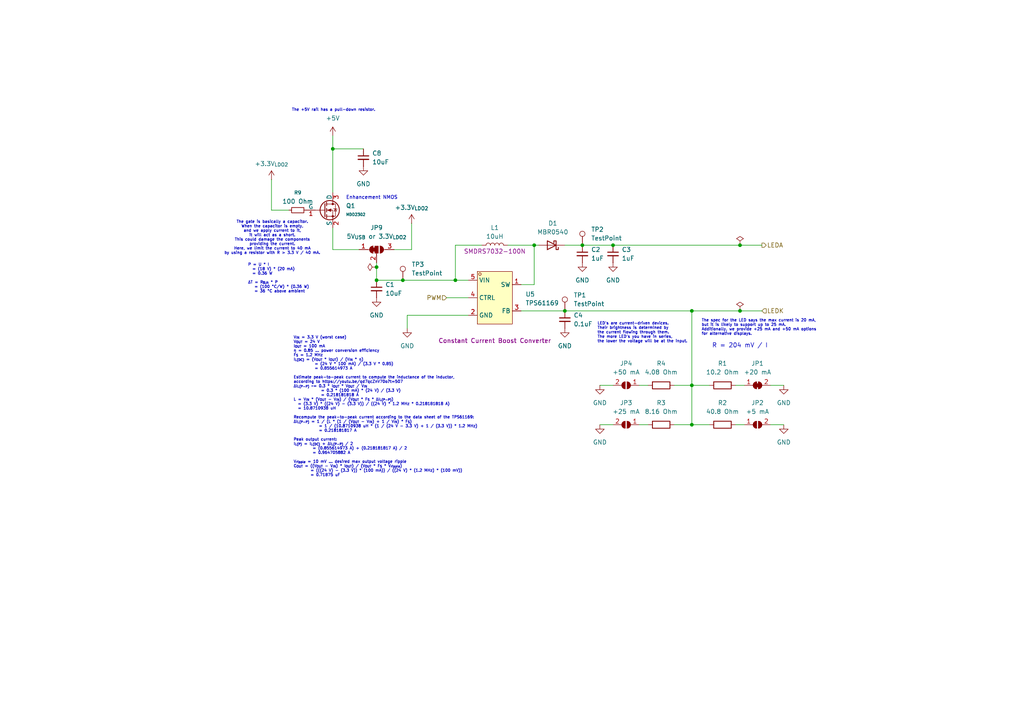
<source format=kicad_sch>
(kicad_sch (version 20250114) (generator "eeschema") (generator_version "9.0")
  (paper "A4")
  (title_block (company "Jakub Hlusička"))
  (lib_symbols
    (symbol "Connector:TestPoint" (pin_numbers (hide yes)) (pin_names (offset 0.762) (hide yes))
      (property "Reference" "TP" (at 0 6.858 0))
      (property "Value" "TestPoint" (at 0 5.08 0))
      (symbol "TestPoint_0_1"
        (circle (center 0 3.302) (radius 0.762))
      )
      (symbol "TestPoint_1_1"
        (pin passive line (at 0 0 90) (length 2.54) (name "1") (number "1"))
      )
    )
    (symbol "Device:C_Small" (pin_numbers (hide yes)) (pin_names (offset 0.254) (hide yes))
      (property "Reference" "C" (at 0.254 1.778 0))
      (property "Value" "C_Small" (at 0.254 -2.032 0))
      (symbol "C_Small_0_1"
        (polyline (pts (xy -1.524 0.508) (xy 1.524 0.508)) (stroke (width 0.3048)))
        (polyline (pts (xy -1.524 -0.508) (xy 1.524 -0.508)) (stroke (width 0.3302)))
      )
      (symbol "C_Small_1_1"
        (pin passive line (at 0 2.54 270) (length 2.032) (name "~") (number "1"))
        (pin passive line (at 0 -2.54 90) (length 2.032) (name "~") (number "2"))
      )
    )
    (symbol "Device:L" (pin_numbers (hide yes)) (pin_names (offset 1.016) (hide yes))
      (property "Reference" "L" (at -1.27 0 90))
      (property "Value" "L" (at 1.905 0 90))
      (symbol "L_0_1"
        (arc (start 0 2.54) (mid 0.6323 1.905) (end 0 1.27))
        (arc (start 0 1.27) (mid 0.6323 0.635) (end 0 0))
        (arc (start 0 0) (mid 0.6323 -0.635) (end 0 -1.27))
        (arc (start 0 -1.27) (mid 0.6323 -1.905) (end 0 -2.54))
      )
      (symbol "L_1_1"
        (pin passive line (at 0 3.81 270) (length 1.27) (name "1") (number "1"))
        (pin passive line (at 0 -3.81 90) (length 1.27) (name "2") (number "2"))
      )
    )
    (symbol "Device:R" (pin_numbers (hide yes)) (pin_names (offset 0))
      (property "Reference" "R" (at 2.032 0 90))
      (property "Value" "R" (at 0 0 90))
      (symbol "R_0_1"
        (rectangle (start -1.016 -2.54) (end 1.016 2.54) (stroke (width 0.254)))
      )
      (symbol "R_1_1"
        (pin passive line (at 0 3.81 270) (length 1.27) (name "~") (number "1"))
        (pin passive line (at 0 -3.81 90) (length 1.27) (name "~") (number "2"))
      )
    )
    (symbol "Device:R_Small" (pin_numbers (hide yes)) (pin_names (offset 0.254) (hide yes))
      (property "Reference" "R" (at 0 0 90))
      (property "Value" "R_Small" (at 1.778 0 90))
      (symbol "R_Small_0_1"
        (rectangle (start -0.762 1.778) (end 0.762 -1.778) (stroke (width 0.2032)))
      )
      (symbol "R_Small_1_1"
        (pin passive line (at 0 2.54 270) (length 0.762) (name "~") (number "1"))
        (pin passive line (at 0 -2.54 90) (length 0.762) (name "~") (number "2"))
      )
    )
    (symbol "Diode:MBR0540" (pin_numbers (hide yes)) (pin_names (offset 1.016) (hide yes))
      (property "Reference" "D" (at 0 2.54 0))
      (property "Value" "MBR0540" (at 0 -2.54 0))
      (symbol "MBR0540_0_1"
        (polyline (pts (xy -1.905 0.635) (xy -1.905 1.27) (xy -1.27 1.27) (xy -1.27 -1.27) (xy -0.635 -1.27) (xy -0.635 -0.635)) (stroke (width 0.254)))
        (polyline (pts (xy 1.27 1.27) (xy 1.27 -1.27) (xy -1.27 0) (xy 1.27 1.27)) (stroke (width 0.254)))
        (polyline (pts (xy 1.27 0) (xy -1.27 0)))
      )
      (symbol "MBR0540_1_1"
        (pin passive line (at -3.81 0 0) (length 2.54) (name "K") (number "1"))
        (pin passive line (at 3.81 0 180) (length 2.54) (name "A") (number "2"))
      )
    )
    (symbol "Jumper:SolderJumper_2_Bridged" (pin_names (offset 0) (hide yes)) (in_bom no)
      (property "Reference" "JP" (at 0 2.032 0))
      (property "Value" "SolderJumper_2_Bridged" (at 0 -2.54 0))
      (symbol "SolderJumper_2_Bridged_0_1"
        (rectangle (start -0.508 0.508) (end 0.508 -0.508) (fill (type outline)))
        (polyline (pts (xy -0.254 1.016) (xy -0.254 -1.016)))
        (arc (start -0.254 -1.016) (mid -1.2656 0) (end -0.254 1.016))
        (arc (start -0.254 -1.016) (mid -1.2656 0) (end -0.254 1.016) (fill (type outline)))
        (arc (start 0.254 1.016) (mid 1.2656 0) (end 0.254 -1.016))
        (arc (start 0.254 1.016) (mid 1.2656 0) (end 0.254 -1.016) (fill (type outline)))
        (polyline (pts (xy 0.254 1.016) (xy 0.254 -1.016)))
      )
      (symbol "SolderJumper_2_Bridged_1_1"
        (pin passive line (at -3.81 0 0) (length 2.54) (name "A") (number "1"))
        (pin passive line (at 3.81 0 180) (length 2.54) (name "B") (number "2"))
      )
    )
    (symbol "Jumper:SolderJumper_2_Open" (pin_names (offset 0) (hide yes)) (in_bom no)
      (property "Reference" "JP" (at 0 2.032 0))
      (property "Value" "SolderJumper_2_Open" (at 0 -2.54 0))
      (symbol "SolderJumper_2_Open_0_1"
        (polyline (pts (xy -0.254 1.016) (xy -0.254 -1.016)))
        (arc (start -0.254 -1.016) (mid -1.2656 0) (end -0.254 1.016))
        (arc (start -0.254 -1.016) (mid -1.2656 0) (end -0.254 1.016) (fill (type outline)))
        (arc (start 0.254 1.016) (mid 1.2656 0) (end 0.254 -1.016))
        (arc (start 0.254 1.016) (mid 1.2656 0) (end 0.254 -1.016) (fill (type outline)))
        (polyline (pts (xy 0.254 1.016) (xy 0.254 -1.016)))
      )
      (symbol "SolderJumper_2_Open_1_1"
        (pin passive line (at -3.81 0 0) (length 2.54) (name "A") (number "1"))
        (pin passive line (at 3.81 0 180) (length 2.54) (name "B") (number "2"))
      )
    )
    (symbol "Jumper:SolderJumper_3_Bridged12" (pin_names (offset 0) (hide yes)) (in_bom no)
      (property "Reference" "JP" (at -2.54 -2.54 0))
      (property "Value" "SolderJumper_3_Bridged12" (at 0 2.794 0))
      (symbol "SolderJumper_3_Bridged12_0_1"
        (polyline (pts (xy -2.54 0) (xy -2.032 0)))
        (polyline (pts (xy -1.016 1.016) (xy -1.016 -1.016)))
        (rectangle (start -1.016 0.508) (end -0.508 -0.508) (fill (type outline)))
        (arc (start -1.016 -1.016) (mid -2.0276 0) (end -1.016 1.016))
        (arc (start -1.016 -1.016) (mid -2.0276 0) (end -1.016 1.016) (fill (type outline)))
        (rectangle (start -0.508 1.016) (end 0.508 -1.016) (fill (type outline)))
        (polyline (pts (xy 0 -1.27) (xy 0 -1.016)))
        (arc (start 1.016 1.016) (mid 2.0276 0) (end 1.016 -1.016))
        (arc (start 1.016 1.016) (mid 2.0276 0) (end 1.016 -1.016) (fill (type outline)))
        (polyline (pts (xy 1.016 1.016) (xy 1.016 -1.016)))
        (polyline (pts (xy 2.54 0) (xy 2.032 0)))
      )
      (symbol "SolderJumper_3_Bridged12_1_1"
        (pin passive line (at -5.08 0 0) (length 2.54) (name "A") (number "1"))
        (pin passive line (at 0 -3.81 90) (length 2.54) (name "C") (number "2"))
        (pin passive line (at 5.08 0 180) (length 2.54) (name "B") (number "3"))
      )
    )
    (symbol "PCM_JLCPCB-Transistors:NMOS,MDD2302" (pin_names (offset 0))
      (property "Reference" "Q" (at 4.8514 0.834 0))
      (property "Value" "MDD2302" (at 4.8514 -1.2122 0))
      (symbol "NMOS,MDD2302_0_1"
        (polyline (pts (xy 0.254 1.905) (xy 0.254 -1.905)) (stroke (width 0.254)))
        (polyline (pts (xy 0.254 0) (xy -2.54 0)))
        (polyline (pts (xy 0.762 2.286) (xy 0.762 1.27)) (stroke (width 0.254)))
        (polyline (pts (xy 0.762 0.508) (xy 0.762 -0.508)) (stroke (width 0.254)))
        (polyline (pts (xy 0.762 -1.27) (xy 0.762 -2.286)) (stroke (width 0.254)))
        (polyline (pts (xy 0.762 -1.778) (xy 3.302 -1.778) (xy 3.302 1.778) (xy 0.762 1.778)))
        (polyline (pts (xy 1.016 0) (xy 2.032 0.381) (xy 2.032 -0.381) (xy 1.016 0)) (fill (type outline)))
        (circle (center 1.651 0) (radius 2.794) (stroke (width 0.254)))
        (polyline (pts (xy 2.54 2.54) (xy 2.54 1.778)))
        (circle (center 2.54 1.778) (radius 0.254) (fill (type outline)))
        (circle (center 2.54 -1.778) (radius 0.254) (fill (type outline)))
        (polyline (pts (xy 2.54 -2.54) (xy 2.54 0) (xy 0.762 0)))
        (polyline (pts (xy 2.794 0.508) (xy 2.921 0.381) (xy 3.683 0.381) (xy 3.81 0.254)))
        (polyline (pts (xy 3.302 0.381) (xy 2.921 -0.254) (xy 3.683 -0.254) (xy 3.302 0.381)))
      )
      (symbol "NMOS,MDD2302_1_1"
        (pin input line (at -5.08 0 0) (length 2.54) (name "G") (number "1"))
        (pin passive line (at 2.54 5.08 270) (length 2.54) (name "D") (number "3"))
        (pin passive line (at 2.54 -5.08 90) (length 2.54) (name "S") (number "2"))
      )
    )
    (symbol "SolderJumper_2_Open_1" (pin_names (offset 0) (hide yes)) (in_bom no)
      (property "Reference" "JP" (at 0 2.032 0))
      (property "Value" "SolderJumper_2_Open" (at 0 -2.54 0))
      (symbol "SolderJumper_2_Open_1_0_1"
        (polyline (pts (xy -0.254 1.016) (xy -0.254 -1.016)))
        (arc (start -0.254 -1.016) (mid -1.2656 0) (end -0.254 1.016))
        (arc (start -0.254 -1.016) (mid -1.2656 0) (end -0.254 1.016) (fill (type outline)))
        (arc (start 0.254 1.016) (mid 1.2656 0) (end 0.254 -1.016))
        (arc (start 0.254 1.016) (mid 1.2656 0) (end 0.254 -1.016) (fill (type outline)))
        (polyline (pts (xy 0.254 1.016) (xy 0.254 -1.016)))
      )
      (symbol "SolderJumper_2_Open_1_1_1"
        (pin passive line (at -3.81 0 0) (length 2.54) (name "A") (number "1"))
        (pin passive line (at 3.81 0 180) (length 2.54) (name "B") (number "2"))
      )
    )
    (symbol "SolderJumper_2_Open_2" (pin_names (offset 0) (hide yes)) (in_bom no)
      (property "Reference" "JP" (at 0 2.032 0))
      (property "Value" "SolderJumper_2_Open" (at 0 -2.54 0))
      (symbol "SolderJumper_2_Open_2_0_1"
        (polyline (pts (xy -0.254 1.016) (xy -0.254 -1.016)))
        (arc (start -0.254 -1.016) (mid -1.2656 0) (end -0.254 1.016))
        (arc (start -0.254 -1.016) (mid -1.2656 0) (end -0.254 1.016) (fill (type outline)))
        (arc (start 0.254 1.016) (mid 1.2656 0) (end 0.254 -1.016))
        (arc (start 0.254 1.016) (mid 1.2656 0) (end 0.254 -1.016) (fill (type outline)))
        (polyline (pts (xy 0.254 1.016) (xy 0.254 -1.016)))
      )
      (symbol "SolderJumper_2_Open_2_1_1"
        (pin passive line (at -3.81 0 0) (length 2.54) (name "A") (number "1"))
        (pin passive line (at 3.81 0 180) (length 2.54) (name "B") (number "2"))
      )
    )
    (symbol "easyeda2kicad:TPS61169DCKR"
      (property "Reference" "U" (at 0 10.16 0))
      (property "Value" "TPS61169DCKR" (at 0 -10.16 0))
      (symbol "TPS61169DCKR_0_1"
        (rectangle (start -5.08 7.62) (end 5.08 -7.62) (fill (type background)))
        (circle (center -4.32 6.86) (radius 0.38))
      )
      (symbol "TPS61169DCKR_1_1"
        (pin power_in line (at -7.62 5.08 0) (length 2.54) (name "VIN") (number "5"))
        (pin input line (at -7.62 0 0) (length 2.54) (name "CTRL") (number "4"))
        (pin power_in line (at -7.62 -5.08 0) (length 2.54) (name "GND") (number "2"))
        (pin power_out line (at 7.62 3.81 180) (length 2.54) (name "SW") (number "1"))
        (pin power_in line (at 7.62 -3.81 180) (length 2.54) (name "FB") (number "3"))
      )
    )
    (symbol "power:+3.3V" (power) (pin_numbers (hide yes)) (pin_names (offset 0) (hide yes))
      (property "Value" "+3.3V" (at 0 3.556 0))
      (symbol "+3.3V_0_1"
        (polyline (pts (xy -0.762 1.27) (xy 0 2.54)))
        (polyline (pts (xy 0 2.54) (xy 0.762 1.27)))
        (polyline (pts (xy 0 0) (xy 0 2.54)))
      )
      (symbol "+3.3V_1_1"
        (pin power_in line (at 0 0 90) (length 0) (name "~") (number "1"))
      )
    )
    (symbol "power:+5V" (power) (pin_numbers (hide yes)) (pin_names (offset 0) (hide yes))
      (property "Value" "+5V" (at 0 3.556 0))
      (symbol "+5V_0_1"
        (polyline (pts (xy -0.762 1.27) (xy 0 2.54)))
        (polyline (pts (xy 0 2.54) (xy 0.762 1.27)))
        (polyline (pts (xy 0 0) (xy 0 2.54)))
      )
      (symbol "+5V_1_1"
        (pin power_in line (at 0 0 90) (length 0) (name "~") (number "1"))
      )
    )
    (symbol "power:GND" (power) (pin_numbers (hide yes)) (pin_names (offset 0) (hide yes))
      (property "Value" "GND" (at 0 -3.81 0))
      (symbol "GND_0_1"
        (polyline (pts (xy 0 0) (xy 0 -1.27) (xy 1.27 -1.27) (xy 0 -2.54) (xy -1.27 -1.27) (xy 0 -1.27)))
      )
      (symbol "GND_1_1"
        (pin power_in line (at 0 0 270) (length 0) (name "~") (number "1"))
      )
    )
    (symbol "power:PWR_FLAG" (power) (pin_numbers (hide yes)) (pin_names (offset 0) (hide yes))
      (property "Value" "PWR_FLAG" (at 0 3.81 0))
      (symbol "PWR_FLAG_0_0"
        (pin power_out line (at 0 0 90) (length 0) (name "~") (number "1"))
      )
      (symbol "PWR_FLAG_0_1"
        (polyline (pts (xy 0 0) (xy 0 1.27) (xy -1.016 1.905) (xy 0 2.54) (xy 1.016 1.905) (xy 0 1.27)))
      )
    )
  )
  (text "The +5V rail has a pull-down resistor." (at 96.774 31.496 0) (effects (font (size 0.8 0.8)) (justify top)))
  (text "The gate is basically a capacitor.\nWhen the capacitor is empty,\nand we apply current to it,\nit will act as a short.\nThis could damage the components\nproviding the current.\nHere, we limit the current to 40 mA\nby using a resistor with R > 3.3 V / 40 mA." (at 78.994 64.008 0) (effects (font (size 0.8 0.8)) (justify top)))
  (text "R = 204 mV / I" (at 206.502 100.33 0) (effects (font (size 1.27 1.27)) (justify left)))
  (text "The spec for the LED says the max current is 20 mA,\nbut it is likely to support up to 25 mA.\nAdditionally, we provide +25 mA and +50 mA options\nfor alternative displays." (at 203.454 94.996 0) (effects (font (size 0.8 0.8)) (justify left)))
  (text "P = U * I\n  = (18 V) * (20 mA)\n  = 0.36 W\n\nΔT = R_{θJA} * P\n   = (100 °C/W) * (0.36 W)\n   = 36 °C above ambient" (at 71.882 80.772 0) (effects (font (size 0.8 0.8)) (justify left)))
  (text "V_{IN} = 3.3 V (worst case)\nV_{OUT} = 24 V\nI_{OUT} = 100 mA\nη = 0.85 ... power conversion efficiency\nF_{S} = 1.2 MHz\nI_{L(DC)} = (V_{OUT} * I_{OUT}) / (V_{IN} * η)\n          = (24 V * 100 mA) / (3.3 V * 0.85)\n          = 0.855614973 A\n\nEstimate peak-to-peak current to compute the inductance of the inductor,\naccording to https://youtu.be/qd7qcZnV70o?t=507\nΔI_{L(P-P)} ~= 0.3 * I_{OUT} * V_{OUT} / V_{IN}\n             = 0.3 * (100 mA) * (24 V) / (3.3 V)\n             = 0.218181818 A\nL = V_{IN} * (V_{OUT} - V_{IN}) / (V_{OUT} * F_{S} * ΔI_{L(P-P)})\n  = (3.3 V) * ((24 V) - (3.3 V)) / ((24 V) * 1.2 MHz * 0.218181818 A)\n  = 10.8710938 uH\n\nRecompute the peak-to-peak current according to the data sheet of the TPS61169:\nΔI_{L(P-P)} = 1 / (L * (1 / (V_{OUT} - V_{IN}) + 1 / V_{IN}) * F_{S})\n            = 1 / (10.8710938 uH * (1 / (24 V - 3.3 V) + 1 / (3.3 V)) * 1.2 MHz)\n            = 0.218181817 A\n\nPeak output current:\nI_{L(P)} = I_{L(DC)} + ΔI_{L(P-P)} / 2\n         = (0.855614973 A) + (0.218181817 A) / 2\n         = 0.964705882 A\n\nV_{ripple} = 10 mV ... desired max output voltage ripple\nC_{OUT} = ((V_{OUT} - V_{IN}) * I_{OUT}) / (V_{OUT} * F_{S} * V_{ripple})\n        = (((24 V) - (3.3 V)) * (100 mA)) / ((24 V) * (1.2 MHz) * (100 mV))\n        = 0.71875 uF" (at 85.09 97.536 0) (effects (font (size 0.8 0.8)) (justify left top)))
  (text "Enhancement NMOS" (at 100.33 57.404 0) (effects (font (size 1 1)) (justify left)))
  (text "LED's are current-driven devices.\nTheir brightness is determined by\nthe current flowing through them.\nThe more LED's you have in series,\nthe lower the voltage will be at the input." (at 173.228 96.52 0) (effects (font (size 0.8 0.8)) (justify left)))
  (junction (at 200.66 123.19))
  (junction (at 177.8 71.12))
  (junction (at 154.94 71.12))
  (junction (at 96.52 43.18))
  (junction (at 109.22 77.47))
  (junction (at 168.91 71.12))
  (junction (at 214.63 71.12))
  (junction (at 214.63 90.17))
  (junction (at 200.66 111.76))
  (junction (at 132.08 81.28))
  (junction (at 109.22 81.28))
  (junction (at 163.83 90.17))
  (junction (at 200.66 90.17))
  (junction (at 116.84 81.28))
  (wire (pts (xy 96.52 43.18) (xy 105.41 43.18)))
  (wire (pts (xy 195.58 123.19) (xy 200.66 123.19)))
  (wire (pts (xy 168.91 71.12) (xy 177.8 71.12)))
  (wire (pts (xy 109.22 77.47) (xy 109.22 81.28)))
  (wire (pts (xy 118.11 91.44) (xy 118.11 95.25)))
  (wire (pts (xy 185.42 111.76) (xy 187.96 111.76)))
  (wire (pts (xy 129.54 86.36) (xy 135.89 86.36)))
  (wire (pts (xy 205.74 111.76) (xy 200.66 111.76)))
  (wire (pts (xy 78.74 52.07) (xy 78.74 60.96)))
  (wire (pts (xy 227.33 111.76) (xy 223.52 111.76)))
  (wire (pts (xy 177.8 71.12) (xy 214.63 71.12)))
  (wire (pts (xy 109.22 81.28) (xy 116.84 81.28)))
  (wire (pts (xy 163.83 71.12) (xy 168.91 71.12)))
  (wire (pts (xy 151.13 90.17) (xy 163.83 90.17)))
  (wire (pts (xy 205.74 123.19) (xy 200.66 123.19)))
  (wire (pts (xy 151.13 82.55) (xy 154.94 82.55)))
  (wire (pts (xy 213.36 111.76) (xy 215.9 111.76)))
  (wire (pts (xy 214.63 90.17) (xy 220.98 90.17)))
  (wire (pts (xy 132.08 81.28) (xy 135.89 81.28)))
  (wire (pts (xy 104.14 72.39) (xy 96.52 72.39)))
  (wire (pts (xy 213.36 123.19) (xy 215.9 123.19)))
  (wire (pts (xy 200.66 90.17) (xy 200.66 111.76)))
  (wire (pts (xy 173.99 123.19) (xy 177.8 123.19)))
  (wire (pts (xy 109.22 76.2) (xy 109.22 77.47)))
  (wire (pts (xy 132.08 71.12) (xy 139.7 71.12)))
  (wire (pts (xy 214.63 71.12) (xy 220.98 71.12)))
  (wire (pts (xy 132.08 81.28) (xy 132.08 71.12)))
  (wire (pts (xy 156.21 71.12) (xy 154.94 71.12)))
  (wire (pts (xy 200.66 90.17) (xy 214.63 90.17)))
  (wire (pts (xy 185.42 123.19) (xy 187.96 123.19)))
  (wire (pts (xy 96.52 39.37) (xy 96.52 43.18)))
  (wire (pts (xy 173.99 111.76) (xy 177.8 111.76)))
  (wire (pts (xy 114.3 72.39) (xy 119.38 72.39)))
  (wire (pts (xy 147.32 71.12) (xy 154.94 71.12)))
  (wire (pts (xy 163.83 90.17) (xy 200.66 90.17)))
  (wire (pts (xy 135.89 91.44) (xy 118.11 91.44)))
  (wire (pts (xy 195.58 111.76) (xy 200.66 111.76)))
  (wire (pts (xy 116.84 81.28) (xy 132.08 81.28)))
  (wire (pts (xy 119.38 72.39) (xy 119.38 64.77)))
  (wire (pts (xy 200.66 111.76) (xy 200.66 123.19)))
  (wire (pts (xy 96.52 43.18) (xy 96.52 55.88)))
  (wire (pts (xy 227.33 123.19) (xy 223.52 123.19)))
  (wire (pts (xy 96.52 72.39) (xy 96.52 66.04)))
  (wire (pts (xy 78.74 60.96) (xy 83.82 60.96)))
  (wire (pts (xy 154.94 71.12) (xy 154.94 82.55)))
  (hierarchical_label "LEDK" (shape input) (at 220.98 90.17 0))
  (hierarchical_label "LEDA" (shape output) (at 220.98 71.12 0))
  (hierarchical_label "PWM" (shape input) (at 129.54 86.36 180))
  (symbol (lib_id "power:GND") (at 227.33 123.19 0) (unit 1)
    (property "Reference" "#PWR016" (effects (hide yes)))
    (property "Value" "GND" (at 227.33 128.27 0))
    (property "Description" "Power symbol creates a global label with name \"GND\" , ground" (effects (hide yes)))
  )
  (symbol (lib_id "power:GND") (at 163.83 95.25 0) (unit 1)
    (property "Reference" "#PWR098" (effects (hide yes)))
    (property "Value" "GND" (at 163.83 100.33 0))
    (property "Description" "Power symbol creates a global label with name \"GND\" , ground" (effects (hide yes)))
  )
  (symbol (lib_id "power:PWR_FLAG") (at 214.63 71.12 0) (unit 1)
    (property "Reference" "#FLG03" (effects (hide yes)))
    (property "Value" "PWR_FLAG" (effects (hide yes)))
    (property "Description" "Special symbol for telling ERC where power comes from" (effects (hide yes)))
  )
  (symbol (lib_id "Device:R_Small") (at 86.36 60.96 90) (unit 1)
    (property "Reference" "R9" (at 86.36 55.88 90) (effects (font (size 1.016 1.016))))
    (property "Value" "100 Ohm" (at 86.36 58.42 90))
    (property "Footprint" "Resistor_SMD:R_0603_1608Metric" (effects (hide yes)))
    (property "Description" "Resistor, small symbol" (effects (hide yes)))
  )
  (symbol (lib_id "Connector:TestPoint") (at 168.91 71.12 0) (unit 1)
    (property "Reference" "TP2" (at 171.45 66.5479 0) (effects (justify left)))
    (property "Value" "TestPoint" (at 171.45 69.0879 0) (effects (justify left)))
    (property "Footprint" "TestPoint:TestPoint_THTPad_D1.5mm_Drill0.7mm" (effects (hide yes)))
    (property "Description" "test point" (effects (hide yes)))
  )
  (symbol (lib_id "Device:R") (at 209.55 123.19 90) (unit 1)
    (property "Reference" "R2" (at 209.55 116.84 90))
    (property "Value" "40.8 Ohm" (at 209.55 119.38 90))
    (property "Footprint" "Resistor_SMD:R_0603_1608Metric" (effects (hide yes)))
    (property "Description" "Resistor" (effects (hide yes)))
  )
  (symbol (lib_id "easyeda2kicad:TPS61169DCKR") (at 143.51 86.36 0) (unit 1)
    (property "Reference" "U5" (at 152.4 85.3449 0) (effects (justify left)))
    (property "Value" "TPS61169" (at 152.4 87.8849 0) (effects (justify left)))
    (property "Footprint" "easyeda2kicad:SC-70-5_L2.1-W1.3-P0.65-LS2.1-BR" (effects (hide yes)))
    (property "Datasheet" "https://lcsc.com/product-detail/LED-Drivers_TI_TPS61169DCKR_TPS61169DCKR_C71045.html" (effects (hide yes)))
    (property "Description" "Constant Current Boost Converter" (at 143.51 98.806 0))
    (property "LCSC Part" "C71045" (effects (hide yes)))
  )
  (symbol (lib_id "Diode:MBR0540") (at 160.02 71.12 180) (unit 1)
    (property "Reference" "D1" (at 160.3375 64.77 0))
    (property "Value" "MBR0540" (at 160.3375 67.31 0))
    (property "Footprint" "Diode_SMD:D_SOD-123" (effects (hide yes)))
    (property "Datasheet" "http://www.mccsemi.com/up_pdf/MBR0520~MBR0580(SOD123).pdf" (effects (hide yes)))
    (property "Description" "40V 0.5A Schottky Power Rectifier Diode, SOD-123" (effects (hide yes)))
  )
  (symbol (lib_id "power:GND") (at 177.8 76.2 0) (unit 1)
    (property "Reference" "#PWR097" (effects (hide yes)))
    (property "Value" "GND" (at 177.8 81.28 0))
    (property "Description" "Power symbol creates a global label with name \"GND\" , ground" (effects (hide yes)))
  )
  (symbol (lib_id "power:+5V") (at 96.52 39.37 0) (unit 1)
    (property "Reference" "#PWR0106" (effects (hide yes)))
    (property "Value" "+5V" (at 96.52 34.29 0))
    (property "Description" "Power symbol creates a global label with name \"+5V\"" (effects (hide yes)))
  )
  (symbol (lib_id "Device:R") (at 191.77 111.76 90) (unit 1)
    (property "Reference" "R4" (at 191.77 105.41 90))
    (property "Value" "4.08 Ohm" (at 191.77 107.95 90))
    (property "Footprint" "Resistor_SMD:R_0603_1608Metric" (effects (hide yes)))
    (property "Description" "Resistor" (effects (hide yes)))
  )
  (symbol (lib_id "Device:C_Small") (at 109.22 83.82 0) (unit 1)
    (property "Reference" "C1" (at 111.76 82.5562 0) (effects (justify left)))
    (property "Value" "10uF" (at 111.76 85.0962 0) (effects (justify left)))
    (property "Footprint" "Capacitor_SMD:C_0603_1608Metric" (effects (hide yes)))
    (property "Description" "Unpolarized capacitor, small symbol" (effects (hide yes)))
  )
  (symbol (lib_id "Device:C_Small") (at 168.91 73.66 0) (unit 1)
    (property "Reference" "C2" (at 171.45 72.3962 0) (effects (justify left)))
    (property "Value" "1uF" (at 171.45 74.9362 0) (effects (justify left)))
    (property "Footprint" "Capacitor_SMD:C_0603_1608Metric" (effects (hide yes)))
    (property "Description" "Unpolarized capacitor, small symbol" (effects (hide yes)))
  )
  (symbol (lib_id "power:PWR_FLAG") (at 214.63 90.17 0) (unit 1)
    (property "Reference" "#FLG04" (effects (hide yes)))
    (property "Value" "PWR_FLAG" (effects (hide yes)))
    (property "Description" "Special symbol for telling ERC where power comes from" (effects (hide yes)))
  )
  (symbol (lib_id "Device:R") (at 191.77 123.19 90) (unit 1)
    (property "Reference" "R3" (at 191.77 116.84 90))
    (property "Value" "8.16 Ohm" (at 191.77 119.38 90))
    (property "Footprint" "Resistor_SMD:R_0603_1608Metric" (effects (hide yes)))
    (property "Description" "Resistor" (effects (hide yes)))
  )
  (symbol (lib_id "Connector:TestPoint") (at 116.84 81.28 0) (unit 1)
    (property "Reference" "TP3" (at 119.38 76.7079 0) (effects (justify left)))
    (property "Value" "TestPoint" (at 119.38 79.2479 0) (effects (justify left)))
    (property "Footprint" "TestPoint:TestPoint_THTPad_D1.5mm_Drill0.7mm" (effects (hide yes)))
    (property "Description" "test point" (effects (hide yes)))
  )
  (symbol (lib_id "power:PWR_FLAG") (at 109.22 77.47 90) (unit 1)
    (property "Reference" "#FLG05" (effects (hide yes)))
    (property "Value" "PWR_FLAG" (effects (hide yes)))
    (property "Description" "Special symbol for telling ERC where power comes from" (effects (hide yes)))
  )
  (symbol (lib_id "power:GND") (at 227.33 111.76 0) (unit 1)
    (property "Reference" "#PWR094" (effects (hide yes)))
    (property "Value" "GND" (at 227.33 116.84 0))
    (property "Description" "Power symbol creates a global label with name \"GND\" , ground" (effects (hide yes)))
  )
  (symbol (lib_id "power:+3.3V") (at 78.74 52.07 0) (unit 1)
    (property "Reference" "#PWR090" (effects (hide yes)))
    (property "Value" "+3.3V_{LDO2}" (at 78.74 47.498 0))
    (property "Description" "Power symbol creates a global label with name \"+3.3V\"" (effects (hide yes)))
  )
  (symbol (lib_id "power:GND") (at 118.11 95.25 0) (unit 1)
    (property "Reference" "#PWR093" (effects (hide yes)))
    (property "Value" "GND" (at 118.11 100.33 0))
    (property "Description" "Power symbol creates a global label with name \"GND\" , ground" (effects (hide yes)))
  )
  (symbol (lib_name "SolderJumper_2_Open_1") (lib_id "Jumper:SolderJumper_2_Open") (at 219.71 123.19 0) (unit 1) (in_bom no)
    (property "Reference" "JP2" (at 219.71 116.84 0))
    (property "Value" "+5 mA" (at 219.71 119.38 0))
    (property "Footprint" "Jumper:SolderJumper-2_P1.3mm_Open_TrianglePad1.0x1.5mm" (effects (hide yes)))
    (property "Description" "Solder Jumper, 2-pole, open" (effects (hide yes)))
  )
  (symbol (lib_id "power:GND") (at 109.22 86.36 0) (unit 1)
    (property "Reference" "#PWR091" (effects (hide yes)))
    (property "Value" "GND" (at 109.22 91.44 0))
    (property "Description" "Power symbol creates a global label with name \"GND\" , ground" (effects (hide yes)))
  )
  (symbol (lib_id "Device:C_Small") (at 177.8 73.66 0) (unit 1)
    (property "Reference" "C3" (at 180.34 72.3962 0) (effects (justify left)))
    (property "Value" "1uF" (at 180.34 74.9362 0) (effects (justify left)))
    (property "Footprint" "Capacitor_SMD:C_0603_1608Metric" (effects (hide yes)))
    (property "Description" "Unpolarized capacitor, small symbol" (effects (hide yes)))
  )
  (symbol (lib_id "Jumper:SolderJumper_2_Bridged") (at 219.71 111.76 0) (unit 1) (in_bom no)
    (property "Reference" "JP1" (at 219.71 105.41 0))
    (property "Value" "+20 mA" (at 219.71 107.95 0))
    (property "Footprint" "Jumper:SolderJumper-2_P1.3mm_Open_TrianglePad1.0x1.5mm" (effects (hide yes)))
    (property "Description" "Solder Jumper, 2-pole, closed/bridged" (effects (hide yes)))
  )
  (symbol (lib_id "Connector:TestPoint") (at 163.83 90.17 0) (unit 1)
    (property "Reference" "TP1" (at 166.37 85.5979 0) (effects (justify left)))
    (property "Value" "TestPoint" (at 166.37 88.1379 0) (effects (justify left)))
    (property "Footprint" "TestPoint:TestPoint_THTPad_D1.5mm_Drill0.7mm" (effects (hide yes)))
    (property "Description" "test point" (effects (hide yes)))
  )
  (symbol (lib_id "Device:R") (at 209.55 111.76 90) (unit 1)
    (property "Reference" "R1" (at 209.55 105.41 90))
    (property "Value" "10.2 Ohm" (at 209.55 107.95 90))
    (property "Footprint" "Resistor_SMD:R_0603_1608Metric" (effects (hide yes)))
    (property "Description" "Resistor" (effects (hide yes)))
  )
  (symbol (lib_id "Device:L") (at 143.51 71.12 90) (unit 1)
    (property "Reference" "L1" (at 143.51 66.04 90))
    (property "Value" "10uH" (at 143.51 68.58 90))
    (property "Footprint" "easyeda2kicad:IND-SMD_L7.0-W7.0_SMDRS70XX" (effects (hide yes)))
    (property "Description" "SMDRS7032-100N" (at 143.51 72.898 90))
  )
  (symbol (lib_id "Device:C_Small") (at 105.41 45.72 0) (unit 1)
    (property "Reference" "C8" (at 107.95 44.4562 0) (effects (justify left)))
    (property "Value" "10uF" (at 107.95 46.9962 0) (effects (justify left)))
    (property "Footprint" "Capacitor_SMD:C_0603_1608Metric" (effects (hide yes)))
    (property "Description" "Unpolarized capacitor, small symbol" (effects (hide yes)))
  )
  (symbol (lib_id "power:GND") (at 173.99 111.76 0) (unit 1)
    (property "Reference" "#PWR095" (effects (hide yes)))
    (property "Value" "GND" (at 173.99 116.84 0))
    (property "Description" "Power symbol creates a global label with name \"GND\" , ground" (effects (hide yes)))
  )
  (symbol (lib_name "SolderJumper_2_Open_2") (lib_id "Jumper:SolderJumper_2_Open") (at 181.61 123.19 180) (unit 1) (in_bom no)
    (property "Reference" "JP3" (at 181.61 116.84 0))
    (property "Value" "+25 mA" (at 181.61 119.38 0))
    (property "Footprint" "Jumper:SolderJumper-2_P1.3mm_Open_TrianglePad1.0x1.5mm" (effects (hide yes)))
    (property "Description" "Solder Jumper, 2-pole, open" (effects (hide yes)))
  )
  (symbol (lib_id "Jumper:SolderJumper_2_Open") (at 181.61 111.76 180) (unit 1) (in_bom no)
    (property "Reference" "JP4" (at 181.61 105.41 0))
    (property "Value" "+50 mA" (at 181.61 107.95 0))
    (property "Footprint" "Jumper:SolderJumper-2_P1.3mm_Open_TrianglePad1.0x1.5mm" (effects (hide yes)))
    (property "Description" "Solder Jumper, 2-pole, open" (effects (hide yes)))
  )
  (symbol (lib_id "power:GND") (at 168.91 76.2 0) (unit 1)
    (property "Reference" "#PWR096" (effects (hide yes)))
    (property "Value" "GND" (at 168.91 81.28 0))
    (property "Description" "Power symbol creates a global label with name \"GND\" , ground" (effects (hide yes)))
  )
  (symbol (lib_id "power:+3.3V") (at 119.38 64.77 0) (unit 1)
    (property "Reference" "#PWR0114" (effects (hide yes)))
    (property "Value" "+3.3V_{LDO2}" (at 119.38 60.198 0))
    (property "Description" "Power symbol creates a global label with name \"+3.3V\"" (effects (hide yes)))
  )
  (symbol (lib_id "power:GND") (at 173.99 123.19 0) (unit 1)
    (property "Reference" "#PWR092" (effects (hide yes)))
    (property "Value" "GND" (at 173.99 128.27 0))
    (property "Description" "Power symbol creates a global label with name \"GND\" , ground" (effects (hide yes)))
  )
  (symbol (lib_id "power:GND") (at 105.41 48.26 0) (unit 1)
    (property "Reference" "#PWR0120" (effects (hide yes)))
    (property "Value" "GND" (at 105.41 53.34 0))
    (property "Description" "Power symbol creates a global label with name \"GND\" , ground" (effects (hide yes)))
  )
  (symbol (lib_id "Device:C_Small") (at 163.83 92.71 0) (unit 1)
    (property "Reference" "C4" (at 166.37 91.4462 0) (effects (justify left)))
    (property "Value" "0.1uF" (at 166.37 93.9862 0) (effects (justify left)))
    (property "Footprint" "Capacitor_SMD:C_0603_1608Metric" (effects (hide yes)))
    (property "Description" "Unpolarized capacitor, small symbol" (effects (hide yes)))
  )
  (symbol (lib_id "Jumper:SolderJumper_3_Bridged12") (at 109.22 72.39 0) (unit 1) (in_bom no)
    (property "Reference" "JP9" (at 109.22 66.04 0))
    (property "Value" "5V_{USB} or 3.3V_{LDO2}" (at 109.22 68.58 0))
    (property "Footprint" "Jumper:SolderJumper-3_P1.3mm_Bridged12_Pad1.0x1.5mm_NumberLabels" (effects (hide yes)))
    (property "Description" "3-pole Solder Jumper, pins 1+2 closed/bridged" (effects (hide yes)))
  )
  (symbol (lib_id "PCM_JLCPCB-Transistors:NMOS,MDD2302") (at 93.98 60.96 0) (unit 1)
    (property "Reference" "Q1" (at 100.33 59.6899 0) (effects (justify left)))
    (property "Value" "MDD2302" (at 100.33 62.23 0) (effects (font (size 0.8 0.8)) (justify left)))
    (property "Footprint" "PCM_JLCPCB:Q_SOT-23" (effects (hide yes)))
    (property "Datasheet" "https://www.lcsc.com/datasheet/lcsc_datasheet_2407101108_MDD-Microdiode-Semiconductor-MDD2302_C427390.pdf" (effects (hide yes)))
    (property "Description" "20V 3A 28mΩ@4.5V,3A 1.2W 600mV@250uA 1 N-Channel SOT-23 MOSFETs ROHS" (effects (hide yes)))
    (property "LCSC" "C427390" (effects (hide yes)))
    (property "Stock" "223903" (effects (hide yes)))
    (property "Price" "0.023USD" (effects (hide yes)))
    (property "Process" "SMT" (effects (hide yes)))
    (property "Minimum Qty" "10" (effects (hide yes)))
    (property "Attrition Qty" "5" (effects (hide yes)))
    (property "Class" "Preferred Component" (effects (hide yes)))
    (property "Category" "Transistors,MOSFETs" (effects (hide yes)))
    (property "Manufacturer" "MDD（Microdiode Electronics）" (effects (hide yes)))
    (property "Part" "MDD2302" (effects (hide yes)))
    (property "Continuous Drain Current (Id)" "4A" (effects (hide yes)))
    (property "Input Capacitance (Ciss@Vds)" "340pF@10V" (effects (hide yes)))
    (property "Operating Temperature" "-50°C~+150°C" (effects (hide yes)))
    (property "Type" "1 N-channel" (effects (hide yes)))
    (property "Drain Source Voltage (Vdss)" "20V" (effects (hide yes)))
    (property "Power Dissipation (Pd)" "1.25W" (effects (hide yes)))
    (property "Gate Threshold Voltage (Vgs(th)@Id)" "500mV@250uA" (effects (hide yes)))
    (property "Reverse Transfer Capacitance (Crss@Vds)" "33pF" (effects (hide yes)))
    (property "Drain Source On Resistance (RDS(on)@Vgs,Id)" "28mΩ@2.5V,4A" (effects (hide yes)))
    (property "Total Gate Charge (Qg@Vgs)" "5.4nC@10V" (effects (hide yes)))
  )
)
</source>
